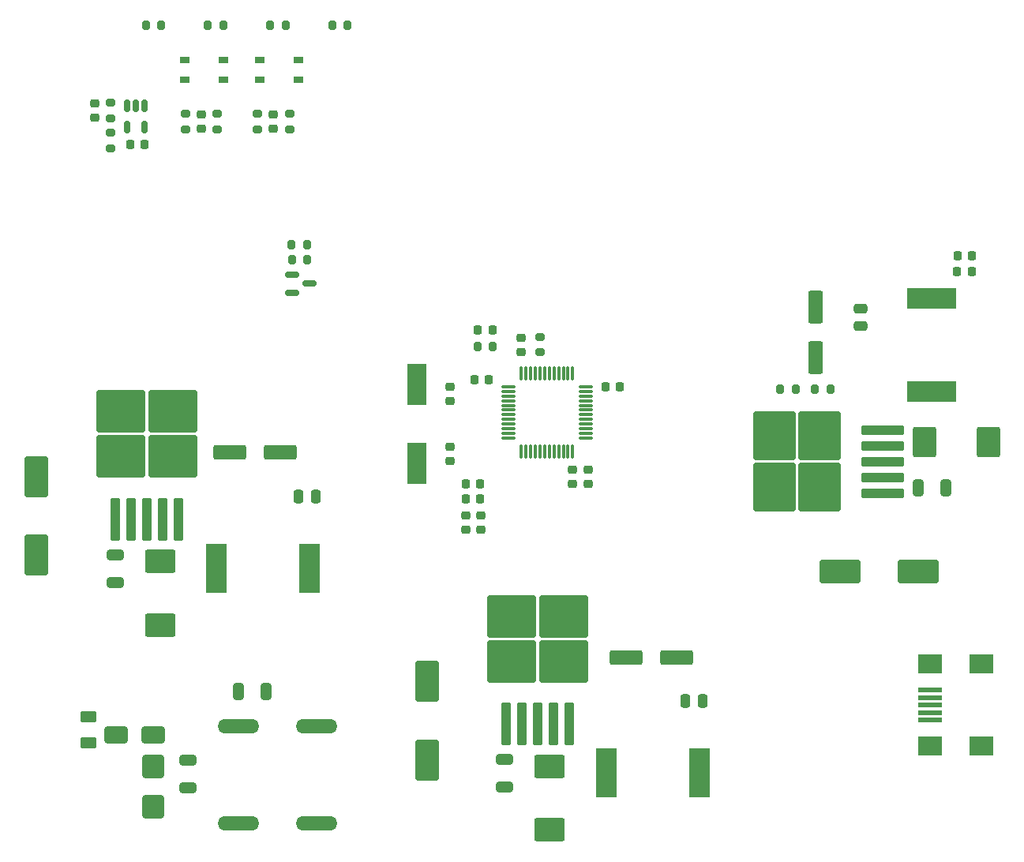
<source format=gbr>
%TF.GenerationSoftware,KiCad,Pcbnew,7.0.6*%
%TF.CreationDate,2023-08-10T11:03:40+03:00*%
%TF.ProjectId,2023-staj-projesi,32303233-2d73-4746-916a-2d70726f6a65,1.0*%
%TF.SameCoordinates,Original*%
%TF.FileFunction,Paste,Top*%
%TF.FilePolarity,Positive*%
%FSLAX46Y46*%
G04 Gerber Fmt 4.6, Leading zero omitted, Abs format (unit mm)*
G04 Created by KiCad (PCBNEW 7.0.6) date 2023-08-10 11:03:40*
%MOMM*%
%LPD*%
G01*
G04 APERTURE LIST*
G04 Aperture macros list*
%AMRoundRect*
0 Rectangle with rounded corners*
0 $1 Rounding radius*
0 $2 $3 $4 $5 $6 $7 $8 $9 X,Y pos of 4 corners*
0 Add a 4 corners polygon primitive as box body*
4,1,4,$2,$3,$4,$5,$6,$7,$8,$9,$2,$3,0*
0 Add four circle primitives for the rounded corners*
1,1,$1+$1,$2,$3*
1,1,$1+$1,$4,$5*
1,1,$1+$1,$6,$7*
1,1,$1+$1,$8,$9*
0 Add four rect primitives between the rounded corners*
20,1,$1+$1,$2,$3,$4,$5,0*
20,1,$1+$1,$4,$5,$6,$7,0*
20,1,$1+$1,$6,$7,$8,$9,0*
20,1,$1+$1,$8,$9,$2,$3,0*%
G04 Aperture macros list end*
%ADD10RoundRect,0.225000X-0.250000X0.225000X-0.250000X-0.225000X0.250000X-0.225000X0.250000X0.225000X0*%
%ADD11RoundRect,0.250000X0.300000X-2.050000X0.300000X2.050000X-0.300000X2.050000X-0.300000X-2.050000X0*%
%ADD12RoundRect,0.250000X2.375000X-2.025000X2.375000X2.025000X-2.375000X2.025000X-2.375000X-2.025000X0*%
%ADD13RoundRect,0.250000X-0.325000X-0.650000X0.325000X-0.650000X0.325000X0.650000X-0.325000X0.650000X0*%
%ADD14RoundRect,0.250000X1.500000X0.550000X-1.500000X0.550000X-1.500000X-0.550000X1.500000X-0.550000X0*%
%ADD15RoundRect,0.200000X0.275000X-0.200000X0.275000X0.200000X-0.275000X0.200000X-0.275000X-0.200000X0*%
%ADD16RoundRect,0.250000X0.475000X-0.250000X0.475000X0.250000X-0.475000X0.250000X-0.475000X-0.250000X0*%
%ADD17RoundRect,0.225000X-0.225000X-0.250000X0.225000X-0.250000X0.225000X0.250000X-0.225000X0.250000X0*%
%ADD18RoundRect,0.250000X-0.900000X1.000000X-0.900000X-1.000000X0.900000X-1.000000X0.900000X1.000000X0*%
%ADD19RoundRect,0.250000X-0.625000X0.375000X-0.625000X-0.375000X0.625000X-0.375000X0.625000X0.375000X0*%
%ADD20RoundRect,0.225000X0.225000X0.250000X-0.225000X0.250000X-0.225000X-0.250000X0.225000X-0.250000X0*%
%ADD21RoundRect,0.200000X-0.200000X-0.275000X0.200000X-0.275000X0.200000X0.275000X-0.200000X0.275000X0*%
%ADD22RoundRect,0.225000X0.250000X-0.225000X0.250000X0.225000X-0.250000X0.225000X-0.250000X-0.225000X0*%
%ADD23RoundRect,0.250000X-1.400000X-1.000000X1.400000X-1.000000X1.400000X1.000000X-1.400000X1.000000X0*%
%ADD24RoundRect,0.200000X-0.275000X0.200000X-0.275000X-0.200000X0.275000X-0.200000X0.275000X0.200000X0*%
%ADD25R,2.500000X0.500000*%
%ADD26R,2.500000X2.000000*%
%ADD27RoundRect,0.250000X1.000000X-1.400000X1.000000X1.400000X-1.000000X1.400000X-1.000000X-1.400000X0*%
%ADD28RoundRect,0.250000X1.000000X-1.950000X1.000000X1.950000X-1.000000X1.950000X-1.000000X-1.950000X0*%
%ADD29R,1.050000X0.650000*%
%ADD30RoundRect,0.250000X0.250000X0.475000X-0.250000X0.475000X-0.250000X-0.475000X0.250000X-0.475000X0*%
%ADD31RoundRect,0.150000X-0.587500X-0.150000X0.587500X-0.150000X0.587500X0.150000X-0.587500X0.150000X0*%
%ADD32RoundRect,0.250000X-0.650000X0.325000X-0.650000X-0.325000X0.650000X-0.325000X0.650000X0.325000X0*%
%ADD33RoundRect,0.250000X-0.250000X-0.475000X0.250000X-0.475000X0.250000X0.475000X-0.250000X0.475000X0*%
%ADD34R,5.207000X2.311400*%
%ADD35R,2.311400X5.207000*%
%ADD36RoundRect,0.250000X-0.550000X1.500000X-0.550000X-1.500000X0.550000X-1.500000X0.550000X1.500000X0*%
%ADD37RoundRect,0.250000X1.000000X0.650000X-1.000000X0.650000X-1.000000X-0.650000X1.000000X-0.650000X0*%
%ADD38R,2.000000X4.500000*%
%ADD39RoundRect,0.250000X1.950000X1.000000X-1.950000X1.000000X-1.950000X-1.000000X1.950000X-1.000000X0*%
%ADD40O,4.450000X1.520000*%
%ADD41RoundRect,0.250000X2.050000X0.300000X-2.050000X0.300000X-2.050000X-0.300000X2.050000X-0.300000X0*%
%ADD42RoundRect,0.250000X2.025000X2.375000X-2.025000X2.375000X-2.025000X-2.375000X2.025000X-2.375000X0*%
%ADD43RoundRect,0.075000X-0.662500X-0.075000X0.662500X-0.075000X0.662500X0.075000X-0.662500X0.075000X0*%
%ADD44RoundRect,0.075000X-0.075000X-0.662500X0.075000X-0.662500X0.075000X0.662500X-0.075000X0.662500X0*%
%ADD45RoundRect,0.218750X0.256250X-0.218750X0.256250X0.218750X-0.256250X0.218750X-0.256250X-0.218750X0*%
%ADD46RoundRect,0.200000X0.200000X0.275000X-0.200000X0.275000X-0.200000X-0.275000X0.200000X-0.275000X0*%
%ADD47RoundRect,0.150000X-0.150000X0.512500X-0.150000X-0.512500X0.150000X-0.512500X0.150000X0.512500X0*%
G04 APERTURE END LIST*
D10*
%TO.C,C30*%
X77100000Y-58650000D03*
X77100000Y-60200000D03*
%TD*%
D11*
%TO.C,U1*%
X79275000Y-103275000D03*
X80975000Y-103275000D03*
X82675000Y-103275000D03*
D12*
X79900000Y-96550000D03*
X85450000Y-96550000D03*
X79900000Y-91700000D03*
X85450000Y-91700000D03*
D11*
X84375000Y-103275000D03*
X86075000Y-103275000D03*
%TD*%
D13*
%TO.C,C7*%
X165380000Y-99900000D03*
X168330000Y-99900000D03*
%TD*%
D14*
%TO.C,C12*%
X97000000Y-96100000D03*
X91600000Y-96100000D03*
%TD*%
D10*
%TO.C,C22*%
X128350000Y-97950000D03*
X128350000Y-99500000D03*
%TD*%
D15*
%TO.C,R6*%
X90215000Y-61450000D03*
X90215000Y-59800000D03*
%TD*%
D16*
%TO.C,C10*%
X159200000Y-82550000D03*
X159200000Y-80650000D03*
%TD*%
D17*
%TO.C,C20*%
X116850000Y-101100000D03*
X118400000Y-101100000D03*
%TD*%
D18*
%TO.C,D2*%
X83400000Y-129800000D03*
X83400000Y-134100000D03*
%TD*%
D17*
%TO.C,C21*%
X118200000Y-83000000D03*
X119750000Y-83000000D03*
%TD*%
D13*
%TO.C,C2*%
X92525000Y-121700000D03*
X95475000Y-121700000D03*
%TD*%
D19*
%TO.C,F1*%
X76454000Y-124460000D03*
X76454000Y-127260000D03*
%TD*%
D20*
%TO.C,C26*%
X119350000Y-88270000D03*
X117800000Y-88270000D03*
%TD*%
D21*
%TO.C,R4*%
X118125000Y-84700000D03*
X119775000Y-84700000D03*
%TD*%
D17*
%TO.C,C19*%
X131850000Y-89050000D03*
X133400000Y-89050000D03*
%TD*%
D22*
%TO.C,C24*%
X122850000Y-85350000D03*
X122850000Y-83800000D03*
%TD*%
D23*
%TO.C,D4*%
X84100000Y-107800000D03*
X84100000Y-114600000D03*
%TD*%
D21*
%TO.C,R16*%
X98200000Y-73800000D03*
X99850000Y-73800000D03*
%TD*%
D24*
%TO.C,R14*%
X78800000Y-61800000D03*
X78800000Y-63450000D03*
%TD*%
D21*
%TO.C,R3*%
X154350000Y-89300000D03*
X156000000Y-89300000D03*
%TD*%
D14*
%TO.C,C13*%
X139475000Y-118075000D03*
X134075000Y-118075000D03*
%TD*%
D25*
%TO.C,J5*%
X166675000Y-124800000D03*
X166675000Y-124000000D03*
X166675000Y-123200000D03*
X166675000Y-122400000D03*
X166675000Y-121600000D03*
D26*
X166675000Y-127600000D03*
X172175000Y-127600000D03*
X166675000Y-118800000D03*
X172175000Y-118800000D03*
%TD*%
D27*
%TO.C,D5*%
X166100000Y-95000000D03*
X172900000Y-95000000D03*
%TD*%
D21*
%TO.C,R8*%
X95908332Y-50260000D03*
X97558332Y-50260000D03*
%TD*%
D28*
%TO.C,C5*%
X112775000Y-129075000D03*
X112775000Y-120675000D03*
%TD*%
D29*
%TO.C,SW2*%
X94805952Y-54000000D03*
X98955952Y-54000000D03*
X94805952Y-56150000D03*
X98930952Y-56150000D03*
%TD*%
D30*
%TO.C,C9*%
X100800000Y-100800000D03*
X98900000Y-100800000D03*
%TD*%
D27*
%TO.C,D5*%
X166100000Y-95000000D03*
X172900000Y-95000000D03*
%TD*%
D15*
%TO.C,R9*%
X124850000Y-85350000D03*
X124850000Y-83700000D03*
%TD*%
D28*
%TO.C,C3*%
X70800000Y-107100000D03*
X70800000Y-98700000D03*
%TD*%
D21*
%TO.C,R2*%
X150600000Y-89300000D03*
X152250000Y-89300000D03*
%TD*%
D31*
%TO.C,Q1*%
X98225000Y-77050000D03*
X98225000Y-78950000D03*
X100100000Y-78000000D03*
%TD*%
D32*
%TO.C,C6*%
X79275000Y-107080000D03*
X79275000Y-110030000D03*
%TD*%
D22*
%TO.C,C18*%
X115200000Y-97050000D03*
X115200000Y-95500000D03*
%TD*%
D33*
%TO.C,C11*%
X140425000Y-122775000D03*
X142325000Y-122775000D03*
%TD*%
D34*
%TO.C,L2*%
X166800000Y-79608900D03*
X166800000Y-89591100D03*
%TD*%
D35*
%TO.C,L1*%
X100091100Y-108500000D03*
X90108900Y-108500000D03*
%TD*%
D10*
%TO.C,C16*%
X130000000Y-97950000D03*
X130000000Y-99500000D03*
%TD*%
D32*
%TO.C,C8*%
X121075000Y-129055000D03*
X121075000Y-132005000D03*
%TD*%
D36*
%TO.C,C14*%
X154400000Y-80500000D03*
X154400000Y-85900000D03*
%TD*%
D37*
%TO.C,D1*%
X83400000Y-126400000D03*
X79400000Y-126400000D03*
%TD*%
D38*
%TO.C,Y2*%
X111600000Y-97300000D03*
X111600000Y-88800000D03*
%TD*%
D15*
%TO.C,R7*%
X86800000Y-61425000D03*
X86800000Y-59775000D03*
%TD*%
D10*
%TO.C,C27*%
X96257500Y-59850000D03*
X96257500Y-61400000D03*
%TD*%
D39*
%TO.C,C4*%
X165400000Y-108900000D03*
X157000000Y-108900000D03*
%TD*%
D21*
%TO.C,R2*%
X150600000Y-89300000D03*
X152250000Y-89300000D03*
%TD*%
D24*
%TO.C,R13*%
X78800000Y-58600000D03*
X78800000Y-60250000D03*
%TD*%
D16*
%TO.C,C10*%
X159200000Y-82550000D03*
X159200000Y-80650000D03*
%TD*%
D29*
%TO.C,SW1*%
X86730952Y-54000000D03*
X90880952Y-54000000D03*
X86730952Y-56150000D03*
X90855952Y-56150000D03*
%TD*%
D21*
%TO.C,R5*%
X89241666Y-50260000D03*
X90891666Y-50260000D03*
%TD*%
D34*
%TO.C,L2*%
X166800000Y-79608900D03*
X166800000Y-89591100D03*
%TD*%
D20*
%TO.C,C31*%
X82450000Y-63100000D03*
X80900000Y-63100000D03*
%TD*%
D40*
%TO.C,T1*%
X92535000Y-125495000D03*
X92535000Y-135905000D03*
X100915000Y-125495000D03*
X100915000Y-135905000D03*
%TD*%
D17*
%TO.C,C23*%
X116850000Y-99500000D03*
X118400000Y-99500000D03*
%TD*%
D15*
%TO.C,R11*%
X94550000Y-61450000D03*
X94550000Y-59800000D03*
%TD*%
D23*
%TO.C,D6*%
X125875000Y-129775000D03*
X125875000Y-136575000D03*
%TD*%
D22*
%TO.C,C15*%
X118500000Y-104400000D03*
X118500000Y-102850000D03*
%TD*%
D10*
%TO.C,C25*%
X88507500Y-59825000D03*
X88507500Y-61375000D03*
%TD*%
D41*
%TO.C,U2*%
X161575000Y-100475000D03*
X161575000Y-98775000D03*
X161575000Y-97075000D03*
D42*
X154850000Y-99850000D03*
X154850000Y-94300000D03*
X150000000Y-99850000D03*
X150000000Y-94300000D03*
D41*
X161575000Y-95375000D03*
X161575000Y-93675000D03*
%TD*%
D39*
%TO.C,C4*%
X165400000Y-108900000D03*
X157000000Y-108900000D03*
%TD*%
D21*
%TO.C,R12*%
X102575000Y-50260000D03*
X104225000Y-50260000D03*
%TD*%
%TO.C,R1*%
X82575000Y-50260000D03*
X84225000Y-50260000D03*
%TD*%
D36*
%TO.C,C14*%
X154400000Y-80500000D03*
X154400000Y-85900000D03*
%TD*%
D43*
%TO.C,U4*%
X121437500Y-89050000D03*
X121437500Y-89550000D03*
X121437500Y-90050000D03*
X121437500Y-90550000D03*
X121437500Y-91050000D03*
X121437500Y-91550000D03*
X121437500Y-92050000D03*
X121437500Y-92550000D03*
X121437500Y-93050000D03*
X121437500Y-93550000D03*
X121437500Y-94050000D03*
X121437500Y-94550000D03*
D44*
X122850000Y-95962500D03*
X123350000Y-95962500D03*
X123850000Y-95962500D03*
X124350000Y-95962500D03*
X124850000Y-95962500D03*
X125350000Y-95962500D03*
X125850000Y-95962500D03*
X126350000Y-95962500D03*
X126850000Y-95962500D03*
X127350000Y-95962500D03*
X127850000Y-95962500D03*
X128350000Y-95962500D03*
D43*
X129762500Y-94550000D03*
X129762500Y-94050000D03*
X129762500Y-93550000D03*
X129762500Y-93050000D03*
X129762500Y-92550000D03*
X129762500Y-92050000D03*
X129762500Y-91550000D03*
X129762500Y-91050000D03*
X129762500Y-90550000D03*
X129762500Y-90050000D03*
X129762500Y-89550000D03*
X129762500Y-89050000D03*
D44*
X128350000Y-87637500D03*
X127850000Y-87637500D03*
X127350000Y-87637500D03*
X126850000Y-87637500D03*
X126350000Y-87637500D03*
X125850000Y-87637500D03*
X125350000Y-87637500D03*
X124850000Y-87637500D03*
X124350000Y-87637500D03*
X123850000Y-87637500D03*
X123350000Y-87637500D03*
X122850000Y-87637500D03*
%TD*%
D35*
%TO.C,L3*%
X141975000Y-130475000D03*
X131992800Y-130475000D03*
%TD*%
D41*
%TO.C,U2*%
X161575000Y-100475000D03*
X161575000Y-98775000D03*
X161575000Y-97075000D03*
D42*
X154850000Y-99850000D03*
X154850000Y-94300000D03*
X150000000Y-99850000D03*
X150000000Y-94300000D03*
D41*
X161575000Y-95375000D03*
X161575000Y-93675000D03*
%TD*%
D13*
%TO.C,C7*%
X165380000Y-99900000D03*
X168330000Y-99900000D03*
%TD*%
D15*
%TO.C,R10*%
X97965000Y-61450000D03*
X97965000Y-59800000D03*
%TD*%
D45*
%TO.C,FB1*%
X116850000Y-104400000D03*
X116850000Y-102825000D03*
%TD*%
D11*
%TO.C,U3*%
X121200000Y-125250000D03*
X122900000Y-125250000D03*
X124600000Y-125250000D03*
D12*
X121825000Y-118525000D03*
X127375000Y-118525000D03*
X121825000Y-113675000D03*
X127375000Y-113675000D03*
D11*
X126300000Y-125250000D03*
X128000000Y-125250000D03*
%TD*%
D17*
%TO.C,C28*%
X169595000Y-74970000D03*
X171145000Y-74970000D03*
%TD*%
%TO.C,C29*%
X169570000Y-76670000D03*
X171120000Y-76670000D03*
%TD*%
D10*
%TO.C,C17*%
X115200000Y-89050000D03*
X115200000Y-90600000D03*
%TD*%
D46*
%TO.C,R15*%
X99875000Y-75400000D03*
X98225000Y-75400000D03*
%TD*%
D47*
%TO.C,U6*%
X82450000Y-58900000D03*
X81500000Y-58900000D03*
X80550000Y-58900000D03*
X80550000Y-61175000D03*
X82450000Y-61175000D03*
%TD*%
D21*
%TO.C,R3*%
X154350000Y-89300000D03*
X156000000Y-89300000D03*
%TD*%
D32*
%TO.C,C1*%
X87100000Y-129080000D03*
X87100000Y-132030000D03*
%TD*%
M02*

</source>
